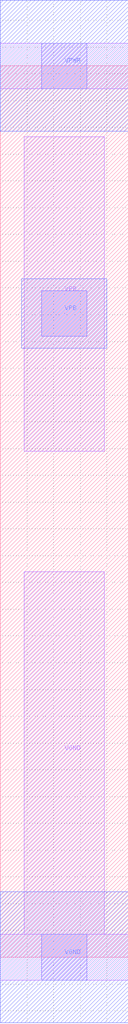
<source format=lef>
# Copyright 2020 The SkyWater PDK Authors
#
# Licensed under the Apache License, Version 2.0 (the "License");
# you may not use this file except in compliance with the License.
# You may obtain a copy of the License at
#
#     https://www.apache.org/licenses/LICENSE-2.0
#
# Unless required by applicable law or agreed to in writing, software
# distributed under the License is distributed on an "AS IS" BASIS,
# WITHOUT WARRANTIES OR CONDITIONS OF ANY KIND, either express or implied.
# See the License for the specific language governing permissions and
# limitations under the License.
#
# SPDX-License-Identifier: Apache-2.0

VERSION 5.7 ;
  NAMESCASESENSITIVE ON ;
  NOWIREEXTENSIONATPIN ON ;
  DIVIDERCHAR "/" ;
  BUSBITCHARS "[]" ;
UNITS
  DATABASE MICRONS 200 ;
END UNITS
MACRO sky130_fd_sc_ls__tapvgnd2_1
  CLASS CORE ;
  SOURCE USER ;
  FOREIGN sky130_fd_sc_ls__tapvgnd2_1 ;
  ORIGIN  0.000000  0.000000 ;
  SIZE  0.480000 BY  3.330000 ;
  SYMMETRY X Y ;
  SITE unit ;
  PIN VPB
    ANTENNADIFFAREA  0.142800 ;
    PORT
      LAYER li1 ;
        RECT 0.090000 1.890000 0.390000 3.065000 ;
      LAYER mcon ;
        RECT 0.155000 2.320000 0.325000 2.490000 ;
      LAYER met1 ;
        RECT 0.080000 2.275000 0.400000 2.535000 ;
    END
  END VPB
  PIN VGND
    DIRECTION INOUT ;
    SHAPE ABUTMENT ;
    USE GROUND ;
    PORT
      LAYER li1 ;
        RECT 0.000000 -0.085000 0.480000 0.085000 ;
        RECT 0.090000  0.085000 0.390000 1.440000 ;
      LAYER mcon ;
        RECT 0.155000 -0.085000 0.325000 0.085000 ;
      LAYER met1 ;
        RECT 0.000000 -0.245000 0.480000 0.245000 ;
    END
  END VGND
  PIN VPWR
    DIRECTION INOUT ;
    SHAPE ABUTMENT ;
    USE POWER ;
    PORT
      LAYER li1 ;
        RECT 0.000000 3.245000 0.480000 3.415000 ;
      LAYER mcon ;
        RECT 0.155000 3.245000 0.325000 3.415000 ;
      LAYER met1 ;
        RECT 0.000000 3.085000 0.480000 3.575000 ;
    END
  END VPWR
END sky130_fd_sc_ls__tapvgnd2_1

</source>
